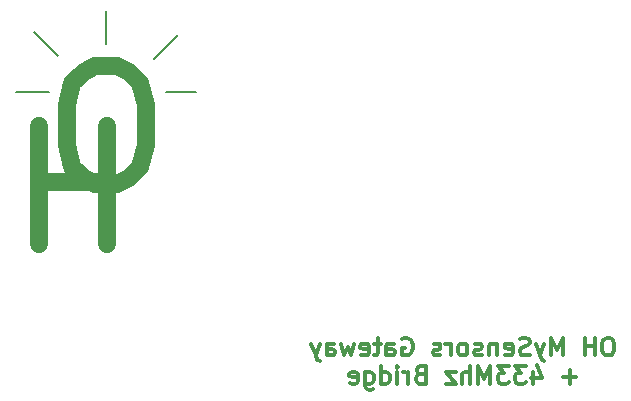
<source format=gbo>
G04 #@! TF.FileFunction,Legend,Bot*
%FSLAX46Y46*%
G04 Gerber Fmt 4.6, Leading zero omitted, Abs format (unit mm)*
G04 Created by KiCad (PCBNEW 4.0.2-stable) date 24.04.2017 00:03:25*
%MOMM*%
G01*
G04 APERTURE LIST*
%ADD10C,0.100000*%
%ADD11C,0.200000*%
%ADD12C,1.500000*%
%ADD13C,0.300000*%
G04 APERTURE END LIST*
D10*
D11*
X160528000Y-73406000D02*
X157734000Y-73406000D01*
X170434000Y-73406000D02*
X172974000Y-73406000D01*
X169418000Y-70612000D02*
X171450000Y-68580000D01*
X165354000Y-69342000D02*
X165354000Y-66548000D01*
X161290000Y-70358000D02*
X159258000Y-68326000D01*
D12*
X159702857Y-86311810D02*
X159702857Y-76311810D01*
X159702857Y-81073714D02*
X165417143Y-81073714D01*
X165417143Y-86311810D02*
X165417143Y-76311810D01*
X164401619Y-71231810D02*
X166306381Y-71231810D01*
X167258762Y-71708000D01*
X168211143Y-72660381D01*
X168687334Y-74565143D01*
X168687334Y-77898476D01*
X168211143Y-79803238D01*
X167258762Y-80755619D01*
X166306381Y-81231810D01*
X164401619Y-81231810D01*
X163449238Y-80755619D01*
X162496857Y-79803238D01*
X162020667Y-77898476D01*
X162020667Y-74565143D01*
X162496857Y-72660381D01*
X163449238Y-71708000D01*
X164401619Y-71231810D01*
D13*
X208008572Y-94244571D02*
X207722858Y-94244571D01*
X207580000Y-94316000D01*
X207437143Y-94458857D01*
X207365715Y-94744571D01*
X207365715Y-95244571D01*
X207437143Y-95530286D01*
X207580000Y-95673143D01*
X207722858Y-95744571D01*
X208008572Y-95744571D01*
X208151429Y-95673143D01*
X208294286Y-95530286D01*
X208365715Y-95244571D01*
X208365715Y-94744571D01*
X208294286Y-94458857D01*
X208151429Y-94316000D01*
X208008572Y-94244571D01*
X206722857Y-95744571D02*
X206722857Y-94244571D01*
X206722857Y-94958857D02*
X205865714Y-94958857D01*
X205865714Y-95744571D02*
X205865714Y-94244571D01*
X204008571Y-95744571D02*
X204008571Y-94244571D01*
X203508571Y-95316000D01*
X203008571Y-94244571D01*
X203008571Y-95744571D01*
X202437142Y-94744571D02*
X202079999Y-95744571D01*
X201722857Y-94744571D02*
X202079999Y-95744571D01*
X202222857Y-96101714D01*
X202294285Y-96173143D01*
X202437142Y-96244571D01*
X201222857Y-95673143D02*
X201008571Y-95744571D01*
X200651428Y-95744571D01*
X200508571Y-95673143D01*
X200437142Y-95601714D01*
X200365714Y-95458857D01*
X200365714Y-95316000D01*
X200437142Y-95173143D01*
X200508571Y-95101714D01*
X200651428Y-95030286D01*
X200937142Y-94958857D01*
X201080000Y-94887429D01*
X201151428Y-94816000D01*
X201222857Y-94673143D01*
X201222857Y-94530286D01*
X201151428Y-94387429D01*
X201080000Y-94316000D01*
X200937142Y-94244571D01*
X200580000Y-94244571D01*
X200365714Y-94316000D01*
X199151429Y-95673143D02*
X199294286Y-95744571D01*
X199580000Y-95744571D01*
X199722857Y-95673143D01*
X199794286Y-95530286D01*
X199794286Y-94958857D01*
X199722857Y-94816000D01*
X199580000Y-94744571D01*
X199294286Y-94744571D01*
X199151429Y-94816000D01*
X199080000Y-94958857D01*
X199080000Y-95101714D01*
X199794286Y-95244571D01*
X198437143Y-94744571D02*
X198437143Y-95744571D01*
X198437143Y-94887429D02*
X198365715Y-94816000D01*
X198222857Y-94744571D01*
X198008572Y-94744571D01*
X197865715Y-94816000D01*
X197794286Y-94958857D01*
X197794286Y-95744571D01*
X197151429Y-95673143D02*
X197008572Y-95744571D01*
X196722857Y-95744571D01*
X196580000Y-95673143D01*
X196508572Y-95530286D01*
X196508572Y-95458857D01*
X196580000Y-95316000D01*
X196722857Y-95244571D01*
X196937143Y-95244571D01*
X197080000Y-95173143D01*
X197151429Y-95030286D01*
X197151429Y-94958857D01*
X197080000Y-94816000D01*
X196937143Y-94744571D01*
X196722857Y-94744571D01*
X196580000Y-94816000D01*
X195651428Y-95744571D02*
X195794286Y-95673143D01*
X195865714Y-95601714D01*
X195937143Y-95458857D01*
X195937143Y-95030286D01*
X195865714Y-94887429D01*
X195794286Y-94816000D01*
X195651428Y-94744571D01*
X195437143Y-94744571D01*
X195294286Y-94816000D01*
X195222857Y-94887429D01*
X195151428Y-95030286D01*
X195151428Y-95458857D01*
X195222857Y-95601714D01*
X195294286Y-95673143D01*
X195437143Y-95744571D01*
X195651428Y-95744571D01*
X194508571Y-95744571D02*
X194508571Y-94744571D01*
X194508571Y-95030286D02*
X194437143Y-94887429D01*
X194365714Y-94816000D01*
X194222857Y-94744571D01*
X194080000Y-94744571D01*
X193651429Y-95673143D02*
X193508572Y-95744571D01*
X193222857Y-95744571D01*
X193080000Y-95673143D01*
X193008572Y-95530286D01*
X193008572Y-95458857D01*
X193080000Y-95316000D01*
X193222857Y-95244571D01*
X193437143Y-95244571D01*
X193580000Y-95173143D01*
X193651429Y-95030286D01*
X193651429Y-94958857D01*
X193580000Y-94816000D01*
X193437143Y-94744571D01*
X193222857Y-94744571D01*
X193080000Y-94816000D01*
X190437143Y-94316000D02*
X190580000Y-94244571D01*
X190794286Y-94244571D01*
X191008571Y-94316000D01*
X191151429Y-94458857D01*
X191222857Y-94601714D01*
X191294286Y-94887429D01*
X191294286Y-95101714D01*
X191222857Y-95387429D01*
X191151429Y-95530286D01*
X191008571Y-95673143D01*
X190794286Y-95744571D01*
X190651429Y-95744571D01*
X190437143Y-95673143D01*
X190365714Y-95601714D01*
X190365714Y-95101714D01*
X190651429Y-95101714D01*
X189080000Y-95744571D02*
X189080000Y-94958857D01*
X189151429Y-94816000D01*
X189294286Y-94744571D01*
X189580000Y-94744571D01*
X189722857Y-94816000D01*
X189080000Y-95673143D02*
X189222857Y-95744571D01*
X189580000Y-95744571D01*
X189722857Y-95673143D01*
X189794286Y-95530286D01*
X189794286Y-95387429D01*
X189722857Y-95244571D01*
X189580000Y-95173143D01*
X189222857Y-95173143D01*
X189080000Y-95101714D01*
X188580000Y-94744571D02*
X188008571Y-94744571D01*
X188365714Y-94244571D02*
X188365714Y-95530286D01*
X188294286Y-95673143D01*
X188151428Y-95744571D01*
X188008571Y-95744571D01*
X186937143Y-95673143D02*
X187080000Y-95744571D01*
X187365714Y-95744571D01*
X187508571Y-95673143D01*
X187580000Y-95530286D01*
X187580000Y-94958857D01*
X187508571Y-94816000D01*
X187365714Y-94744571D01*
X187080000Y-94744571D01*
X186937143Y-94816000D01*
X186865714Y-94958857D01*
X186865714Y-95101714D01*
X187580000Y-95244571D01*
X186365714Y-94744571D02*
X186080000Y-95744571D01*
X185794286Y-95030286D01*
X185508571Y-95744571D01*
X185222857Y-94744571D01*
X184008571Y-95744571D02*
X184008571Y-94958857D01*
X184080000Y-94816000D01*
X184222857Y-94744571D01*
X184508571Y-94744571D01*
X184651428Y-94816000D01*
X184008571Y-95673143D02*
X184151428Y-95744571D01*
X184508571Y-95744571D01*
X184651428Y-95673143D01*
X184722857Y-95530286D01*
X184722857Y-95387429D01*
X184651428Y-95244571D01*
X184508571Y-95173143D01*
X184151428Y-95173143D01*
X184008571Y-95101714D01*
X183437142Y-94744571D02*
X183079999Y-95744571D01*
X182722857Y-94744571D02*
X183079999Y-95744571D01*
X183222857Y-96101714D01*
X183294285Y-96173143D01*
X183437142Y-96244571D01*
X205151428Y-97573143D02*
X204008571Y-97573143D01*
X204580000Y-98144571D02*
X204580000Y-97001714D01*
X201508571Y-97144571D02*
X201508571Y-98144571D01*
X201865714Y-96573143D02*
X202222857Y-97644571D01*
X201294285Y-97644571D01*
X200865714Y-96644571D02*
X199937143Y-96644571D01*
X200437143Y-97216000D01*
X200222857Y-97216000D01*
X200080000Y-97287429D01*
X200008571Y-97358857D01*
X199937143Y-97501714D01*
X199937143Y-97858857D01*
X200008571Y-98001714D01*
X200080000Y-98073143D01*
X200222857Y-98144571D01*
X200651429Y-98144571D01*
X200794286Y-98073143D01*
X200865714Y-98001714D01*
X199437143Y-96644571D02*
X198508572Y-96644571D01*
X199008572Y-97216000D01*
X198794286Y-97216000D01*
X198651429Y-97287429D01*
X198580000Y-97358857D01*
X198508572Y-97501714D01*
X198508572Y-97858857D01*
X198580000Y-98001714D01*
X198651429Y-98073143D01*
X198794286Y-98144571D01*
X199222858Y-98144571D01*
X199365715Y-98073143D01*
X199437143Y-98001714D01*
X197865715Y-98144571D02*
X197865715Y-96644571D01*
X197365715Y-97716000D01*
X196865715Y-96644571D01*
X196865715Y-98144571D01*
X196151429Y-98144571D02*
X196151429Y-96644571D01*
X195508572Y-98144571D02*
X195508572Y-97358857D01*
X195580001Y-97216000D01*
X195722858Y-97144571D01*
X195937143Y-97144571D01*
X196080001Y-97216000D01*
X196151429Y-97287429D01*
X194937143Y-97144571D02*
X194151429Y-97144571D01*
X194937143Y-98144571D01*
X194151429Y-98144571D01*
X191937143Y-97358857D02*
X191722857Y-97430286D01*
X191651429Y-97501714D01*
X191580000Y-97644571D01*
X191580000Y-97858857D01*
X191651429Y-98001714D01*
X191722857Y-98073143D01*
X191865715Y-98144571D01*
X192437143Y-98144571D01*
X192437143Y-96644571D01*
X191937143Y-96644571D01*
X191794286Y-96716000D01*
X191722857Y-96787429D01*
X191651429Y-96930286D01*
X191651429Y-97073143D01*
X191722857Y-97216000D01*
X191794286Y-97287429D01*
X191937143Y-97358857D01*
X192437143Y-97358857D01*
X190937143Y-98144571D02*
X190937143Y-97144571D01*
X190937143Y-97430286D02*
X190865715Y-97287429D01*
X190794286Y-97216000D01*
X190651429Y-97144571D01*
X190508572Y-97144571D01*
X190008572Y-98144571D02*
X190008572Y-97144571D01*
X190008572Y-96644571D02*
X190080001Y-96716000D01*
X190008572Y-96787429D01*
X189937144Y-96716000D01*
X190008572Y-96644571D01*
X190008572Y-96787429D01*
X188651429Y-98144571D02*
X188651429Y-96644571D01*
X188651429Y-98073143D02*
X188794286Y-98144571D01*
X189080000Y-98144571D01*
X189222858Y-98073143D01*
X189294286Y-98001714D01*
X189365715Y-97858857D01*
X189365715Y-97430286D01*
X189294286Y-97287429D01*
X189222858Y-97216000D01*
X189080000Y-97144571D01*
X188794286Y-97144571D01*
X188651429Y-97216000D01*
X187294286Y-97144571D02*
X187294286Y-98358857D01*
X187365715Y-98501714D01*
X187437143Y-98573143D01*
X187580000Y-98644571D01*
X187794286Y-98644571D01*
X187937143Y-98573143D01*
X187294286Y-98073143D02*
X187437143Y-98144571D01*
X187722857Y-98144571D01*
X187865715Y-98073143D01*
X187937143Y-98001714D01*
X188008572Y-97858857D01*
X188008572Y-97430286D01*
X187937143Y-97287429D01*
X187865715Y-97216000D01*
X187722857Y-97144571D01*
X187437143Y-97144571D01*
X187294286Y-97216000D01*
X186008572Y-98073143D02*
X186151429Y-98144571D01*
X186437143Y-98144571D01*
X186580000Y-98073143D01*
X186651429Y-97930286D01*
X186651429Y-97358857D01*
X186580000Y-97216000D01*
X186437143Y-97144571D01*
X186151429Y-97144571D01*
X186008572Y-97216000D01*
X185937143Y-97358857D01*
X185937143Y-97501714D01*
X186651429Y-97644571D01*
M02*

</source>
